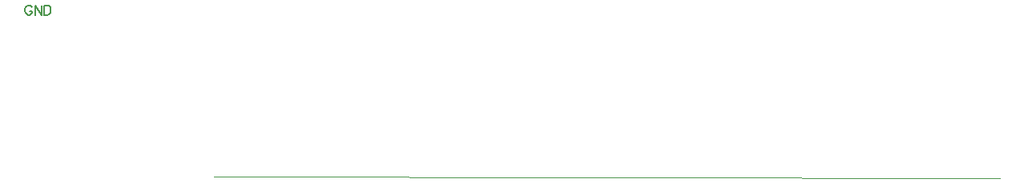
<source format=gbr>
G04 DipTrace 3.3.1.3*
G04 TopAssy.gbr*
%MOIN*%
G04 #@! TF.FileFunction,Drawing,Top*
G04 #@! TF.Part,Single*
%ADD18C,0.001312*%
%ADD37C,0.006176*%
%FSLAX26Y26*%
G04*
G70*
G90*
G75*
G01*
G04 TopAssy*
%LPD*%
X377516Y1623524D2*
D18*
X3648256Y1615768D1*
X-378391Y2328789D2*
D37*
X-380292Y2332592D1*
X-384139Y2336439D1*
X-387941Y2338340D1*
X-395591D1*
X-399437Y2336439D1*
X-403240Y2332592D1*
X-405185Y2328789D1*
X-407087Y2323041D1*
Y2313446D1*
X-405185Y2307743D1*
X-403240Y2303896D1*
X-399437Y2300093D1*
X-395591Y2298148D1*
X-387941D1*
X-384139Y2300093D1*
X-380292Y2303896D1*
X-378391Y2307743D1*
Y2313446D1*
X-387941D1*
X-339245Y2338340D2*
Y2298148D1*
X-366039Y2338340D1*
Y2298148D1*
X-326893Y2338340D2*
Y2298148D1*
X-313496D1*
X-307748Y2300093D1*
X-303901Y2303896D1*
X-302000Y2307743D1*
X-300099Y2313446D1*
Y2323041D1*
X-302000Y2328789D1*
X-303901Y2332592D1*
X-307748Y2336439D1*
X-313496Y2338340D1*
X-326893D1*
M02*

</source>
